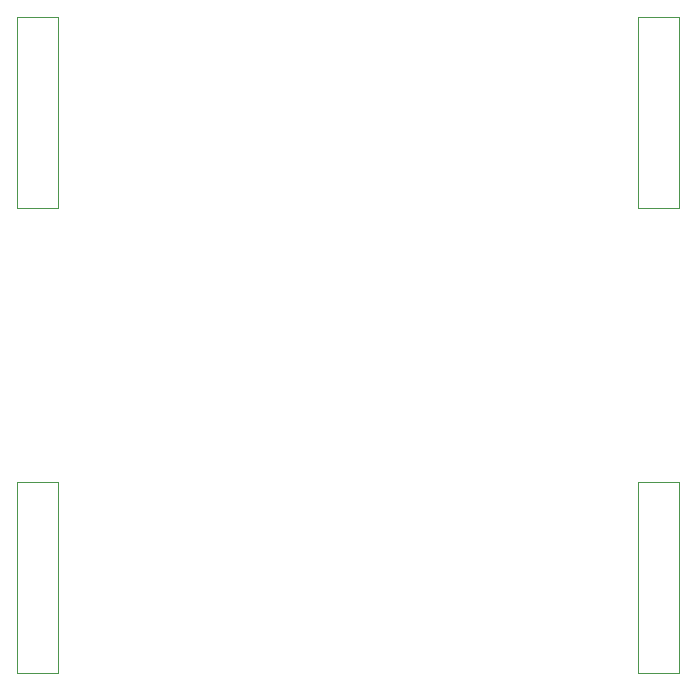
<source format=gbr>
G04 #@! TF.FileFunction,Other,User*
%FSLAX46Y46*%
G04 Gerber Fmt 4.6, Leading zero omitted, Abs format (unit mm)*
G04 Created by KiCad (PCBNEW 4.0.4-stable) date 01/08/18 17:18:11*
%MOMM*%
%LPD*%
G01*
G04 APERTURE LIST*
%ADD10C,0.250000*%
%ADD11C,0.050000*%
G04 APERTURE END LIST*
D10*
D11*
X119375000Y-102925000D02*
X115875000Y-102925000D01*
X119375000Y-86725000D02*
X115875000Y-86725000D01*
X119375000Y-102925000D02*
X119375000Y-86725000D01*
X115875000Y-102925000D02*
X115875000Y-86725000D01*
X119375000Y-142300000D02*
X115875000Y-142300000D01*
X119375000Y-126100000D02*
X115875000Y-126100000D01*
X119375000Y-142300000D02*
X119375000Y-126100000D01*
X115875000Y-142300000D02*
X115875000Y-126100000D01*
X171950000Y-102925000D02*
X168450000Y-102925000D01*
X171950000Y-86725000D02*
X168450000Y-86725000D01*
X171950000Y-102925000D02*
X171950000Y-86725000D01*
X168450000Y-102925000D02*
X168450000Y-86725000D01*
X171950000Y-142275000D02*
X168450000Y-142275000D01*
X171950000Y-126075000D02*
X168450000Y-126075000D01*
X171950000Y-142275000D02*
X171950000Y-126075000D01*
X168450000Y-142275000D02*
X168450000Y-126075000D01*
M02*

</source>
